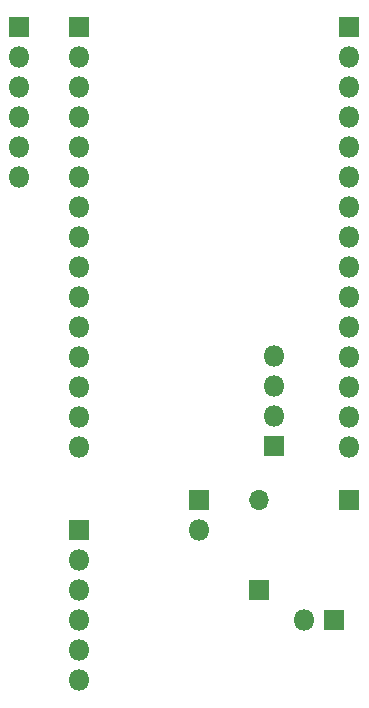
<source format=gbr>
%TF.GenerationSoftware,KiCad,Pcbnew,(5.1.6-0)*%
%TF.CreationDate,2022-10-03T16:44:33+02:00*%
%TF.ProjectId,Ouidire_v1,4f756964-6972-4655-9f76-312e6b696361,rev?*%
%TF.SameCoordinates,Original*%
%TF.FileFunction,Soldermask,Bot*%
%TF.FilePolarity,Negative*%
%FSLAX46Y46*%
G04 Gerber Fmt 4.6, Leading zero omitted, Abs format (unit mm)*
G04 Created by KiCad (PCBNEW (5.1.6-0)) date 2022-10-03 16:44:33*
%MOMM*%
%LPD*%
G01*
G04 APERTURE LIST*
%ADD10R,1.800000X1.800000*%
%ADD11O,1.800000X1.800000*%
%ADD12R,1.700000X1.700000*%
%ADD13O,1.700000X1.700000*%
G04 APERTURE END LIST*
D10*
%TO.C,PCM5102*%
X127000000Y-76755001D03*
D11*
X127000000Y-79295001D03*
X127000000Y-81835001D03*
X127000000Y-84375001D03*
X127000000Y-86915001D03*
X127000000Y-89455001D03*
%TD*%
D10*
%TO.C,JST_LedBtn1*%
X148590000Y-112268000D03*
D11*
X148590000Y-109728000D03*
X148590000Y-107188000D03*
X148590000Y-104648000D03*
%TD*%
%TO.C,Coil1*%
X142240000Y-119380000D03*
D10*
X142240000Y-116840000D03*
%TD*%
%TO.C,Coil2*%
X153670000Y-127000000D03*
D11*
X151130000Y-127000000D03*
%TD*%
D12*
%TO.C,D1*%
X147320000Y-124460000D03*
D13*
X147320000Y-116840000D03*
%TD*%
D10*
%TO.C,VUSB+*%
X154940000Y-116840000D03*
%TD*%
D11*
%TO.C,SeeedRFID1*%
X132080000Y-132080000D03*
X132080000Y-129540000D03*
X132080000Y-127000000D03*
X132080000Y-124460000D03*
X132080000Y-121920000D03*
D10*
X132080000Y-119380000D03*
%TD*%
%TO.C,TTGO_T8_V1.7_L1*%
X154940000Y-76755001D03*
D11*
X154940000Y-79295001D03*
X154940000Y-81835001D03*
X154940000Y-84375001D03*
X154940000Y-86915001D03*
X154940000Y-89455001D03*
X154940000Y-91995001D03*
X154940000Y-94535001D03*
X154940000Y-97075001D03*
X154940000Y-99615001D03*
X154940000Y-102155001D03*
X154940000Y-104695001D03*
X154940000Y-107235001D03*
X154940000Y-109775001D03*
X154940000Y-112315001D03*
%TD*%
%TO.C,TTGO_T8_V1.7_R1*%
X132080000Y-112315001D03*
X132080000Y-109775001D03*
X132080000Y-107235001D03*
X132080000Y-104695001D03*
X132080000Y-102155001D03*
X132080000Y-99615001D03*
X132080000Y-97075001D03*
X132080000Y-94535001D03*
X132080000Y-91995001D03*
X132080000Y-89455001D03*
X132080000Y-86915001D03*
X132080000Y-84375001D03*
X132080000Y-81835001D03*
X132080000Y-79295001D03*
D10*
X132080000Y-76755001D03*
%TD*%
M02*

</source>
